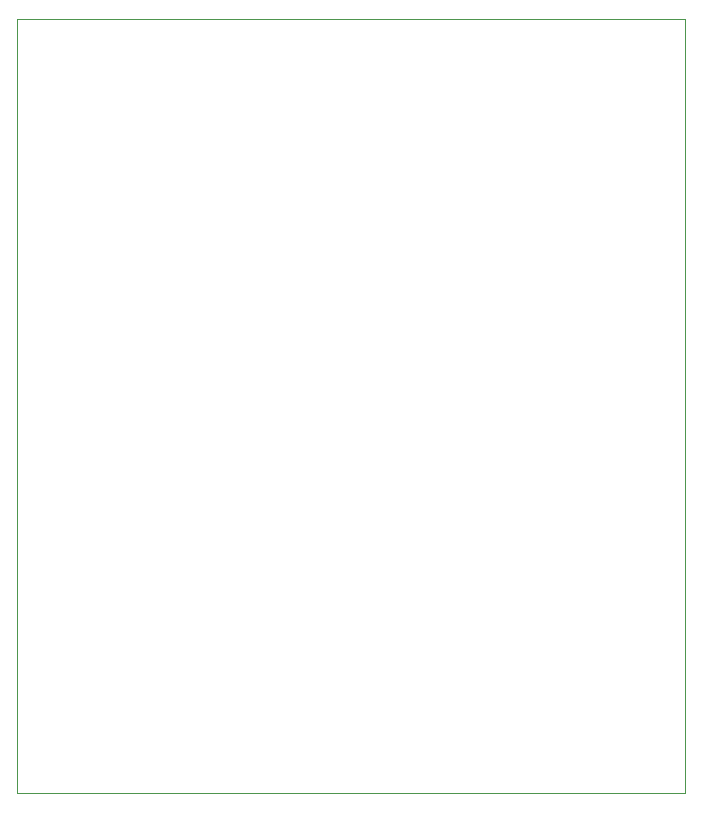
<source format=gm1>
%TF.GenerationSoftware,KiCad,Pcbnew,(5.1.6-0-10_14)*%
%TF.CreationDate,2021-03-02T15:41:43+09:00*%
%TF.ProjectId,qPCR-supercap,71504352-2d73-4757-9065-726361702e6b,rev?*%
%TF.SameCoordinates,Original*%
%TF.FileFunction,Profile,NP*%
%FSLAX46Y46*%
G04 Gerber Fmt 4.6, Leading zero omitted, Abs format (unit mm)*
G04 Created by KiCad (PCBNEW (5.1.6-0-10_14)) date 2021-03-02 15:41:43*
%MOMM*%
%LPD*%
G01*
G04 APERTURE LIST*
%TA.AperFunction,Profile*%
%ADD10C,0.100000*%
%TD*%
G04 APERTURE END LIST*
D10*
X137000000Y-60500000D02*
X80500000Y-60500000D01*
X137000000Y-126000000D02*
X137000000Y-60500000D01*
X80500000Y-126000000D02*
X137000000Y-126000000D01*
X80500000Y-60500000D02*
X80500000Y-126000000D01*
M02*

</source>
